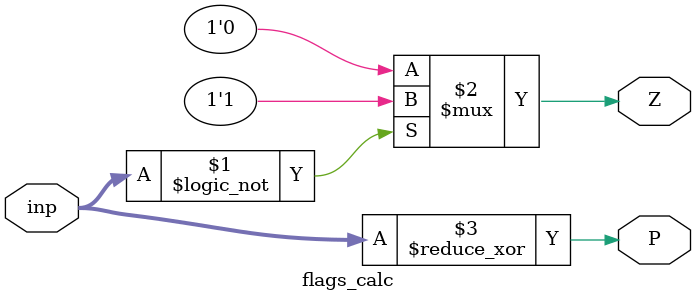
<source format=sv>
module flags_calc (inp, Z, P);
parameter OPERAND_WIDTH=8;
input logic [OPERAND_WIDTH:0] inp; //9
output Z, P; //2
//Total Pins for flag_calc = 11 Boundary Pins

assign Z = (inp == '0) ? 1'b1 : 1'b0;
assign P = ^inp;

endmodule

</source>
